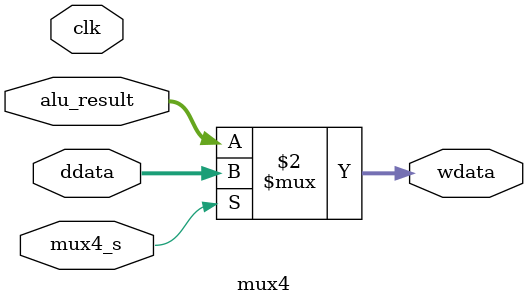
<source format=v>
`timescale 1ns / 1ps


module mux4(
    input clk,
    input [31:0]ddata,
    input [31:0]alu_result,
    input mux4_s,//cu¸øµÄÑ¡ÔñÐÅºÅ
    output [31:0]wdata
    );

    assign wdata=(mux4_s==1)?ddata:alu_result;

endmodule

</source>
